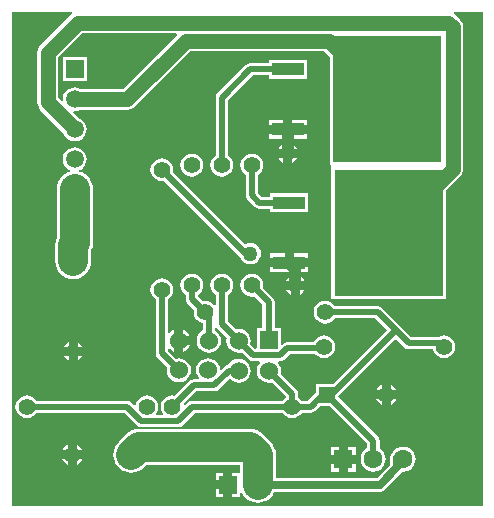
<source format=gtl>
%FSLAX25Y25*%
%MOIN*%
G70*
G01*
G75*
G04 Layer_Physical_Order=1*
G04 Layer_Color=255*
%ADD10R,0.36221X0.42126*%
%ADD11R,0.10630X0.04331*%
%ADD12C,0.02000*%
%ADD13C,0.02500*%
%ADD14C,0.03937*%
%ADD15C,0.10000*%
%ADD16C,0.05000*%
%ADD17C,0.01000*%
%ADD18R,0.06299X0.06299*%
%ADD19C,0.06299*%
%ADD20C,0.04724*%
%ADD21C,0.05315*%
%ADD22R,0.05315X0.05315*%
%ADD23C,0.06000*%
%ADD24R,0.06000X0.06000*%
%ADD25C,0.05512*%
%ADD26R,0.05906X0.05906*%
%ADD27C,0.05906*%
%ADD28R,0.05906X0.05906*%
%ADD29C,0.05000*%
G36*
X55015Y157008D02*
X37038Y139030D01*
X22806D01*
X22032Y139351D01*
X21000Y139487D01*
X19968Y139351D01*
X19007Y138953D01*
X18181Y138319D01*
X17547Y137493D01*
X17149Y136532D01*
X17013Y135500D01*
X17066Y135096D01*
X16618Y134874D01*
X15530Y135962D01*
Y149538D01*
X23462Y157470D01*
X54824D01*
X55015Y157008D01*
D02*
G37*
G36*
X157000Y0D02*
X0D01*
Y164500D01*
X20034D01*
X20195Y164026D01*
X19504Y163496D01*
X9504Y153496D01*
X8943Y152765D01*
X8590Y151914D01*
X8470Y151000D01*
Y134500D01*
X8590Y133586D01*
X8943Y132735D01*
X9504Y132004D01*
X17226Y124281D01*
X17547Y123507D01*
X18181Y122681D01*
X19007Y122047D01*
X19968Y121649D01*
X21000Y121513D01*
X22032Y121649D01*
X22993Y122047D01*
X23819Y122681D01*
X24453Y123507D01*
X24851Y124468D01*
X24987Y125500D01*
X24851Y126532D01*
X24453Y127493D01*
X23819Y128319D01*
X22993Y128953D01*
X22219Y129273D01*
X20374Y131118D01*
X20596Y131566D01*
X21000Y131513D01*
X22032Y131649D01*
X22806Y131970D01*
X38500D01*
X39414Y132090D01*
X40265Y132443D01*
X40996Y133004D01*
X59462Y151470D01*
X104211D01*
X106063Y149618D01*
Y113437D01*
X106563D01*
Y113063D01*
X106563D01*
Y68937D01*
X144783D01*
Y105118D01*
X149496Y109830D01*
X150057Y110562D01*
X150410Y111413D01*
X150530Y112327D01*
Y159500D01*
X150410Y160414D01*
X150057Y161265D01*
X149496Y161996D01*
X147996Y163496D01*
X147305Y164026D01*
X147466Y164500D01*
X157000D01*
Y0D01*
D02*
G37*
%LPC*%
G36*
X126342Y40337D02*
Y38500D01*
X128180D01*
X128037Y38844D01*
X127451Y39608D01*
X126687Y40195D01*
X126342Y40337D01*
D02*
G37*
G36*
X19000Y50000D02*
X17482D01*
X17563Y49804D01*
X18102Y49102D01*
X18804Y48563D01*
X19000Y48482D01*
Y50000D01*
D02*
G37*
G36*
X123343Y40337D02*
X122998Y40195D01*
X122234Y39608D01*
X121648Y38844D01*
X121505Y38500D01*
X123343D01*
Y40337D01*
D02*
G37*
G36*
Y35500D02*
X121505D01*
X121648Y35155D01*
X122234Y34391D01*
X122998Y33805D01*
X123343Y33663D01*
Y35500D01*
D02*
G37*
G36*
X128180D02*
X126342D01*
Y33663D01*
X126687Y33805D01*
X127451Y34391D01*
X128037Y35155D01*
X128180Y35500D01*
D02*
G37*
G36*
X80000Y77288D02*
X79019Y77159D01*
X78106Y76781D01*
X77321Y76179D01*
X76719Y75394D01*
X76341Y74480D01*
X76212Y73500D01*
X76341Y72519D01*
X76719Y71606D01*
X77321Y70821D01*
X78106Y70219D01*
X79019Y69841D01*
X80000Y69712D01*
X80799Y69817D01*
X83561Y67055D01*
Y59100D01*
X81600D01*
Y52537D01*
X81138Y52346D01*
X79501Y53983D01*
X79635Y55000D01*
X79497Y56044D01*
X79094Y57017D01*
X78453Y57853D01*
X77617Y58494D01*
X76644Y58897D01*
X75600Y59035D01*
X74583Y58901D01*
X72039Y61445D01*
Y70331D01*
X72679Y70821D01*
X73281Y71606D01*
X73659Y72519D01*
X73788Y73500D01*
X73659Y74480D01*
X73281Y75394D01*
X72679Y76179D01*
X71894Y76781D01*
X70981Y77159D01*
X70000Y77288D01*
X69020Y77159D01*
X68106Y76781D01*
X67321Y76179D01*
X66719Y75394D01*
X66341Y74480D01*
X66212Y73500D01*
X66341Y72519D01*
X66719Y71606D01*
X67321Y70821D01*
X67961Y70331D01*
Y66937D01*
X67487Y66777D01*
X67179Y67179D01*
X66394Y67781D01*
X65481Y68159D01*
X64500Y68288D01*
X63701Y68183D01*
X62039Y69845D01*
Y70331D01*
X62679Y70821D01*
X63281Y71606D01*
X63659Y72519D01*
X63788Y73500D01*
X63659Y74480D01*
X63281Y75394D01*
X62679Y76179D01*
X61894Y76781D01*
X60980Y77159D01*
X60000Y77288D01*
X59020Y77159D01*
X58106Y76781D01*
X57321Y76179D01*
X56719Y75394D01*
X56341Y74480D01*
X56212Y73500D01*
X56341Y72519D01*
X56719Y71606D01*
X57321Y70821D01*
X57961Y70331D01*
Y69000D01*
X58116Y68220D01*
X58558Y67558D01*
X60817Y65299D01*
X60712Y64500D01*
X60841Y63520D01*
X61219Y62606D01*
X61821Y61821D01*
X62606Y61219D01*
X63520Y60841D01*
X63661Y60822D01*
Y58477D01*
X62847Y57853D01*
X62206Y57017D01*
X61803Y56044D01*
X61665Y55000D01*
X61803Y53956D01*
X62206Y52983D01*
X62847Y52147D01*
X63683Y51506D01*
X64656Y51103D01*
X65700Y50965D01*
X66744Y51103D01*
X67717Y51506D01*
X68553Y52147D01*
X69194Y52983D01*
X69597Y53956D01*
X69735Y55000D01*
X69597Y56044D01*
X69194Y57017D01*
X68553Y57853D01*
X67739Y58477D01*
Y59522D01*
X68218Y59668D01*
X68558Y59158D01*
X71699Y56017D01*
X71566Y55000D01*
X71703Y53956D01*
X72106Y52983D01*
X72747Y52147D01*
X73583Y51506D01*
X74556Y51103D01*
X75600Y50965D01*
X76617Y51099D01*
X79058Y48658D01*
X79720Y48216D01*
X80500Y48061D01*
X80500Y48061D01*
X82442D01*
X82663Y47612D01*
X82206Y47017D01*
X81803Y46044D01*
X81665Y45000D01*
X81803Y43956D01*
X82206Y42983D01*
X82847Y42147D01*
X83683Y41506D01*
X84656Y41103D01*
X85700Y40966D01*
X86717Y41099D01*
X91298Y36518D01*
X91265Y36019D01*
X90821Y35679D01*
X90330Y35039D01*
X60226D01*
X59446Y34884D01*
X58784Y34442D01*
X57694Y33352D01*
X57427Y33443D01*
X57314Y33930D01*
X61445Y38061D01*
X67471D01*
X68252Y38216D01*
X68913Y38658D01*
X72423Y42168D01*
X72747Y42147D01*
X73583Y41506D01*
X74556Y41103D01*
X75600Y40966D01*
X76644Y41103D01*
X77617Y41506D01*
X78453Y42147D01*
X79094Y42983D01*
X79497Y43956D01*
X79635Y45000D01*
X79497Y46044D01*
X79094Y47017D01*
X78453Y47853D01*
X77617Y48494D01*
X76644Y48897D01*
X75600Y49035D01*
X74556Y48897D01*
X73583Y48494D01*
X72747Y47853D01*
X72106Y47017D01*
X72092Y46984D01*
X71591Y46884D01*
X70929Y46442D01*
X69852Y45365D01*
X69379Y45526D01*
X69297Y46144D01*
X68894Y47117D01*
X68253Y47953D01*
X67417Y48594D01*
X66444Y48997D01*
X65400Y49135D01*
X64356Y48997D01*
X63383Y48594D01*
X62547Y47953D01*
X61906Y47117D01*
X61503Y46144D01*
X61365Y45100D01*
X61503Y44056D01*
X61906Y43083D01*
X62286Y42588D01*
X62065Y42139D01*
X60600D01*
X59820Y41984D01*
X59158Y41542D01*
X54299Y36683D01*
X53500Y36788D01*
X52520Y36659D01*
X51606Y36281D01*
X50821Y35679D01*
X50219Y34894D01*
X49841Y33981D01*
X49712Y33000D01*
X49841Y32019D01*
X50219Y31106D01*
X50506Y30732D01*
X50285Y30283D01*
X48215D01*
X47994Y30732D01*
X48281Y31106D01*
X48659Y32019D01*
X48788Y33000D01*
X48659Y33981D01*
X48281Y34894D01*
X47679Y35679D01*
X46894Y36281D01*
X45981Y36659D01*
X45000Y36788D01*
X44019Y36659D01*
X43106Y36281D01*
X42321Y35679D01*
X41719Y34894D01*
X41341Y33981D01*
X41279Y33513D01*
X40806Y33352D01*
X39716Y34442D01*
X39055Y34884D01*
X38274Y35039D01*
X8169D01*
X7679Y35679D01*
X6894Y36281D01*
X5980Y36659D01*
X5000Y36788D01*
X4019Y36659D01*
X3106Y36281D01*
X2321Y35679D01*
X1719Y34894D01*
X1341Y33981D01*
X1212Y33000D01*
X1341Y32019D01*
X1719Y31106D01*
X2321Y30321D01*
X3106Y29719D01*
X4019Y29341D01*
X5000Y29212D01*
X5980Y29341D01*
X6894Y29719D01*
X7679Y30321D01*
X8169Y30961D01*
X37429D01*
X41588Y26802D01*
X42250Y26360D01*
X43030Y26205D01*
X55470D01*
X56250Y26360D01*
X56912Y26802D01*
X61071Y30961D01*
X90330D01*
X90821Y30321D01*
X91606Y29719D01*
X92519Y29341D01*
X93500Y29212D01*
X94481Y29341D01*
X95394Y29719D01*
X96179Y30321D01*
X96670Y30961D01*
X99657D01*
X100438Y31116D01*
X101099Y31558D01*
X102884Y33342D01*
X105931D01*
X118500Y20774D01*
Y19163D01*
X118407Y19125D01*
X117541Y18460D01*
X116875Y17593D01*
X116457Y16583D01*
X116315Y15500D01*
X116457Y14417D01*
X116875Y13407D01*
X117541Y12540D01*
X118407Y11875D01*
X119417Y11457D01*
X120500Y11315D01*
X121583Y11457D01*
X122593Y11875D01*
X123459Y12540D01*
X124125Y13407D01*
X124543Y14417D01*
X124685Y15500D01*
X124543Y16583D01*
X124125Y17593D01*
X123459Y18460D01*
X122593Y19125D01*
X122578Y19131D01*
Y21618D01*
X122423Y22399D01*
X121981Y23060D01*
X108815Y36226D01*
Y36431D01*
X128000Y55616D01*
X130808Y52808D01*
X131470Y52366D01*
X132250Y52211D01*
X140316D01*
X140341Y52020D01*
X140719Y51106D01*
X141321Y50321D01*
X142106Y49719D01*
X143019Y49341D01*
X144000Y49212D01*
X144981Y49341D01*
X145894Y49719D01*
X146679Y50321D01*
X147281Y51106D01*
X147659Y52020D01*
X147788Y53000D01*
X147659Y53980D01*
X147281Y54894D01*
X146679Y55679D01*
X145894Y56281D01*
X144981Y56659D01*
X144000Y56788D01*
X143019Y56659D01*
X142126Y56289D01*
X133095D01*
X129442Y59942D01*
X123442Y65942D01*
X122780Y66384D01*
X122000Y66539D01*
X107669D01*
X107179Y67179D01*
X106394Y67781D01*
X105481Y68159D01*
X104500Y68288D01*
X103519Y68159D01*
X102606Y67781D01*
X101821Y67179D01*
X101219Y66394D01*
X100841Y65481D01*
X100712Y64500D01*
X100841Y63520D01*
X101219Y62606D01*
X101821Y61821D01*
X102606Y61219D01*
X103519Y60841D01*
X104500Y60712D01*
X105481Y60841D01*
X106394Y61219D01*
X107179Y61821D01*
X107669Y62461D01*
X121155D01*
X125116Y58500D01*
X107274Y40657D01*
X101500D01*
Y37726D01*
X98813Y35039D01*
X96670D01*
X96179Y35679D01*
X95539Y36169D01*
Y37200D01*
X95539Y37200D01*
X95384Y37980D01*
X94942Y38642D01*
X94942Y38642D01*
X89601Y43983D01*
X89735Y45000D01*
X89597Y46044D01*
X89194Y47017D01*
X88737Y47612D01*
X88959Y48061D01*
X89429D01*
X90209Y48216D01*
X90870Y48658D01*
X92673Y50461D01*
X101214D01*
X101321Y50321D01*
X102106Y49719D01*
X103019Y49341D01*
X104000Y49212D01*
X104981Y49341D01*
X105894Y49719D01*
X106679Y50321D01*
X107281Y51106D01*
X107659Y52020D01*
X107788Y53000D01*
X107659Y53980D01*
X107281Y54894D01*
X106679Y55679D01*
X105894Y56281D01*
X104981Y56659D01*
X104000Y56788D01*
X103019Y56659D01*
X102106Y56281D01*
X101321Y55679D01*
X100719Y54894D01*
X100572Y54539D01*
X91828D01*
X91048Y54384D01*
X90386Y53942D01*
X90062Y53617D01*
X89600Y53809D01*
Y59100D01*
X87639D01*
Y67900D01*
X87639Y67900D01*
X87484Y68680D01*
X87042Y69342D01*
X83683Y72701D01*
X83788Y73500D01*
X83659Y74480D01*
X83281Y75394D01*
X82679Y76179D01*
X81894Y76781D01*
X80980Y77159D01*
X80000Y77288D01*
D02*
G37*
G36*
X19000Y54518D02*
X18804Y54437D01*
X18102Y53898D01*
X17563Y53196D01*
X17482Y53000D01*
X19000D01*
Y54518D01*
D02*
G37*
G36*
X59408Y53500D02*
X57200D01*
Y51292D01*
X57717Y51506D01*
X58553Y52147D01*
X59194Y52983D01*
X59408Y53500D01*
D02*
G37*
G36*
X23518Y50000D02*
X22000D01*
Y48482D01*
X22196Y48563D01*
X22898Y49102D01*
X23437Y49804D01*
X23518Y50000D01*
D02*
G37*
G36*
X50000Y75788D02*
X49020Y75659D01*
X48106Y75281D01*
X47321Y74679D01*
X46719Y73894D01*
X46341Y72980D01*
X46212Y72000D01*
X46341Y71020D01*
X46719Y70106D01*
X47321Y69321D01*
X47961Y68831D01*
Y50800D01*
X48116Y50020D01*
X48558Y49358D01*
X51799Y46117D01*
X51666Y45100D01*
X51803Y44056D01*
X52206Y43083D01*
X52847Y42247D01*
X53683Y41606D01*
X54656Y41203D01*
X55700Y41065D01*
X56744Y41203D01*
X57717Y41606D01*
X58553Y42247D01*
X59194Y43083D01*
X59597Y44056D01*
X59735Y45100D01*
X59597Y46144D01*
X59194Y47117D01*
X58553Y47953D01*
X57717Y48594D01*
X56744Y48997D01*
X55700Y49135D01*
X54683Y49001D01*
X52039Y51645D01*
Y52422D01*
X52513Y52583D01*
X52847Y52147D01*
X53683Y51506D01*
X54200Y51292D01*
Y55000D01*
Y58708D01*
X53683Y58494D01*
X52847Y57853D01*
X52513Y57417D01*
X52039Y57578D01*
Y68831D01*
X52679Y69321D01*
X53281Y70106D01*
X53659Y71020D01*
X53788Y72000D01*
X53659Y72980D01*
X53281Y73894D01*
X52679Y74679D01*
X51894Y75281D01*
X50981Y75659D01*
X50000Y75788D01*
D02*
G37*
G36*
X109000Y14000D02*
X106350D01*
Y11350D01*
X109000D01*
Y14000D01*
D02*
G37*
G36*
X114650D02*
X112000D01*
Y11350D01*
X114650D01*
Y14000D01*
D02*
G37*
G36*
X79500Y25529D02*
X42342D01*
X41166Y25413D01*
X40035Y25070D01*
X38993Y24513D01*
X38079Y23763D01*
X35579Y21263D01*
X34830Y20349D01*
X34272Y19307D01*
X33929Y18176D01*
X33814Y17000D01*
X33929Y15824D01*
X34272Y14693D01*
X34830Y13650D01*
X35579Y12737D01*
X36493Y11987D01*
X37535Y11430D01*
X38666Y11087D01*
X39843Y10971D01*
X41019Y11087D01*
X42150Y11430D01*
X43192Y11987D01*
X44106Y12737D01*
X44840Y13471D01*
X75971D01*
Y10971D01*
X75953Y10953D01*
X75617Y10953D01*
X75617Y10953D01*
Y10953D01*
X73500D01*
Y7000D01*
Y3047D01*
X75953D01*
Y4548D01*
X76114Y4597D01*
X76438Y4678D01*
X76987Y3650D01*
X77737Y2737D01*
X78650Y1987D01*
X79693Y1430D01*
X80824Y1087D01*
X82000Y971D01*
X83176Y1087D01*
X84307Y1430D01*
X85350Y1987D01*
X86263Y2737D01*
X87013Y3650D01*
X87570Y4693D01*
X87574Y4706D01*
X122744D01*
X123622Y4881D01*
X124366Y5378D01*
X130122Y11134D01*
X130264Y11346D01*
X130500Y11315D01*
X131583Y11457D01*
X132593Y11875D01*
X133459Y12540D01*
X134125Y13407D01*
X134543Y14417D01*
X134685Y15500D01*
X134543Y16583D01*
X134125Y17593D01*
X133459Y18460D01*
X132593Y19125D01*
X131583Y19543D01*
X130500Y19685D01*
X129417Y19543D01*
X128407Y19125D01*
X127541Y18460D01*
X126919Y17650D01*
X126878Y17622D01*
X126381Y16878D01*
X126206Y16000D01*
Y13706D01*
X121794Y9294D01*
X88029D01*
Y17000D01*
X87913Y18176D01*
X87570Y19307D01*
X87013Y20349D01*
X86263Y21263D01*
X83763Y23763D01*
X82850Y24513D01*
X81807Y25070D01*
X80676Y25413D01*
X79500Y25529D01*
D02*
G37*
G36*
X70500Y5500D02*
X68047D01*
Y3047D01*
X70500D01*
Y5500D01*
D02*
G37*
G36*
Y10953D02*
X68047D01*
Y8500D01*
X70500D01*
Y10953D01*
D02*
G37*
G36*
X18657Y15500D02*
X16820D01*
X16963Y15156D01*
X17549Y14391D01*
X18313Y13805D01*
X18657Y13663D01*
Y15500D01*
D02*
G37*
G36*
Y20337D02*
X18313Y20195D01*
X17549Y19609D01*
X16963Y18845D01*
X16820Y18500D01*
X18657D01*
Y20337D01*
D02*
G37*
G36*
X21657D02*
Y18500D01*
X23495D01*
X23352Y18845D01*
X22766Y19609D01*
X22002Y20195D01*
X21657Y20337D01*
D02*
G37*
G36*
X114650Y19650D02*
X112000D01*
Y17000D01*
X114650D01*
Y19650D01*
D02*
G37*
G36*
X23495Y15500D02*
X21657D01*
Y13663D01*
X22002Y13805D01*
X22766Y14391D01*
X23352Y15156D01*
X23495Y15500D01*
D02*
G37*
G36*
X109000Y19650D02*
X106350D01*
Y17000D01*
X109000D01*
Y19650D01*
D02*
G37*
G36*
X22000Y54518D02*
Y53000D01*
X23518D01*
X23437Y53196D01*
X22898Y53898D01*
X22196Y54437D01*
X22000Y54518D01*
D02*
G37*
G36*
X93500Y120667D02*
Y119000D01*
X95167D01*
X95057Y119265D01*
X94496Y119996D01*
X93765Y120557D01*
X93500Y120667D01*
D02*
G37*
G36*
X90531Y124000D02*
X85716D01*
Y122335D01*
X90531D01*
Y124000D01*
D02*
G37*
G36*
X90500Y120667D02*
X90235Y120557D01*
X89504Y119996D01*
X88943Y119265D01*
X88833Y119000D01*
X90500D01*
Y120667D01*
D02*
G37*
G36*
Y116000D02*
X88833D01*
X88943Y115735D01*
X89504Y115004D01*
X90235Y114443D01*
X90500Y114333D01*
Y116000D01*
D02*
G37*
G36*
X95167D02*
X93500D01*
Y114333D01*
X93765Y114443D01*
X94496Y115004D01*
X95057Y115735D01*
X95167Y116000D01*
D02*
G37*
G36*
X24953Y149453D02*
X17047D01*
Y141547D01*
X24953D01*
Y149453D01*
D02*
G37*
G36*
X98347Y148665D02*
X85716D01*
Y147539D01*
X79500D01*
X78720Y147384D01*
X78058Y146942D01*
X68558Y137442D01*
X68116Y136780D01*
X67961Y136000D01*
Y116669D01*
X67321Y116179D01*
X66719Y115394D01*
X66341Y114480D01*
X66212Y113500D01*
X66341Y112520D01*
X66719Y111606D01*
X67321Y110821D01*
X68106Y110219D01*
X69020Y109841D01*
X70000Y109712D01*
X70981Y109841D01*
X71894Y110219D01*
X72679Y110821D01*
X73281Y111606D01*
X73659Y112520D01*
X73788Y113500D01*
X73659Y114480D01*
X73281Y115394D01*
X72679Y116179D01*
X72039Y116669D01*
Y135155D01*
X80345Y143461D01*
X85716D01*
Y142335D01*
X98347D01*
Y148665D01*
D02*
G37*
G36*
Y128665D02*
X93532D01*
Y127000D01*
X98347D01*
Y128665D01*
D02*
G37*
G36*
Y124000D02*
X93532D01*
Y122335D01*
X98347D01*
Y124000D01*
D02*
G37*
G36*
X90531Y128665D02*
X85716D01*
Y127000D01*
X90531D01*
Y128665D01*
D02*
G37*
G36*
X60000Y117288D02*
X59020Y117159D01*
X58106Y116781D01*
X57321Y116179D01*
X56719Y115394D01*
X56341Y114480D01*
X56212Y113500D01*
X56341Y112520D01*
X56719Y111606D01*
X57321Y110821D01*
X58106Y110219D01*
X59020Y109841D01*
X60000Y109712D01*
X60980Y109841D01*
X61894Y110219D01*
X62679Y110821D01*
X63281Y111606D01*
X63659Y112520D01*
X63788Y113500D01*
X63659Y114480D01*
X63281Y115394D01*
X62679Y116179D01*
X61894Y116781D01*
X60980Y117159D01*
X60000Y117288D01*
D02*
G37*
G36*
X94500Y77030D02*
X93586Y76910D01*
X92735Y76557D01*
X92004Y75996D01*
X91443Y75265D01*
X91333Y75000D01*
X97667D01*
X97557Y75265D01*
X96996Y75996D01*
X96265Y76557D01*
X95414Y76910D01*
X94500Y77030D01*
D02*
G37*
G36*
X21000Y119487D02*
X19968Y119351D01*
X19007Y118953D01*
X18181Y118319D01*
X17547Y117493D01*
X17149Y116532D01*
X17013Y115500D01*
X17149Y114468D01*
X17547Y113507D01*
X18181Y112681D01*
X19007Y112047D01*
X19550Y111822D01*
X19526Y111323D01*
X18693Y111070D01*
X17650Y110513D01*
X16737Y109763D01*
X15987Y108850D01*
X15430Y107807D01*
X15087Y106676D01*
X14971Y105500D01*
Y89384D01*
X14930Y89307D01*
X14587Y88176D01*
X14471Y87000D01*
Y81500D01*
X14587Y80324D01*
X14930Y79193D01*
X15487Y78150D01*
X16237Y77237D01*
X17151Y76487D01*
X18193Y75930D01*
X19324Y75587D01*
X20500Y75471D01*
X21676Y75587D01*
X22807Y75930D01*
X23850Y76487D01*
X24763Y77237D01*
X25513Y78150D01*
X26070Y79193D01*
X26413Y80324D01*
X26529Y81500D01*
Y85116D01*
X26570Y85193D01*
X26913Y86324D01*
X27029Y87500D01*
Y105500D01*
X26913Y106676D01*
X26570Y107807D01*
X26013Y108850D01*
X25263Y109763D01*
X24350Y110513D01*
X23307Y111070D01*
X22474Y111323D01*
X22450Y111822D01*
X22993Y112047D01*
X23819Y112681D01*
X24453Y113507D01*
X24851Y114468D01*
X24987Y115500D01*
X24851Y116532D01*
X24453Y117493D01*
X23819Y118319D01*
X22993Y118953D01*
X22032Y119351D01*
X21000Y119487D01*
D02*
G37*
G36*
X97667Y72000D02*
X96000D01*
Y70333D01*
X96265Y70443D01*
X96996Y71004D01*
X97557Y71735D01*
X97667Y72000D01*
D02*
G37*
G36*
X57200Y58708D02*
Y56500D01*
X59408D01*
X59194Y57017D01*
X58553Y57853D01*
X57717Y58494D01*
X57200Y58708D01*
D02*
G37*
G36*
X93000Y72000D02*
X91333D01*
X91443Y71735D01*
X92004Y71004D01*
X92735Y70443D01*
X93000Y70333D01*
Y72000D01*
D02*
G37*
G36*
X98847Y84165D02*
X94032D01*
Y82500D01*
X98847D01*
Y84165D01*
D02*
G37*
G36*
X80000Y117288D02*
X79019Y117159D01*
X78106Y116781D01*
X77321Y116179D01*
X76719Y115394D01*
X76341Y114480D01*
X76212Y113500D01*
X76341Y112520D01*
X76719Y111606D01*
X77321Y110821D01*
X77961Y110330D01*
Y103500D01*
X78116Y102720D01*
X78558Y102058D01*
X81058Y99558D01*
X81720Y99116D01*
X82500Y98961D01*
X86216D01*
Y97835D01*
X98847D01*
Y104165D01*
X86216D01*
Y103039D01*
X83345D01*
X82039Y104345D01*
Y110330D01*
X82679Y110821D01*
X83281Y111606D01*
X83659Y112520D01*
X83788Y113500D01*
X83659Y114480D01*
X83281Y115394D01*
X82679Y116179D01*
X81894Y116781D01*
X80980Y117159D01*
X80000Y117288D01*
D02*
G37*
G36*
X91031Y84165D02*
X86216D01*
Y82500D01*
X91031D01*
Y84165D01*
D02*
G37*
G36*
X98847Y79500D02*
X86216D01*
Y77835D01*
X98847D01*
Y79500D01*
D02*
G37*
G36*
X50000Y115788D02*
X49020Y115659D01*
X48106Y115281D01*
X47321Y114679D01*
X46719Y113894D01*
X46341Y112980D01*
X46212Y112000D01*
X46341Y111020D01*
X46719Y110106D01*
X47321Y109321D01*
X48106Y108719D01*
X49020Y108341D01*
X50000Y108212D01*
X50799Y108317D01*
X76133Y82984D01*
X76443Y82235D01*
X77004Y81504D01*
X77735Y80943D01*
X78586Y80590D01*
X79500Y80470D01*
X80414Y80590D01*
X81265Y80943D01*
X81996Y81504D01*
X82557Y82235D01*
X82910Y83086D01*
X83030Y84000D01*
X82910Y84914D01*
X82557Y85765D01*
X81996Y86496D01*
X81265Y87057D01*
X80414Y87410D01*
X79500Y87530D01*
X78586Y87410D01*
X77800Y87084D01*
X53683Y111201D01*
X53788Y112000D01*
X53659Y112980D01*
X53281Y113894D01*
X52679Y114679D01*
X51894Y115281D01*
X50981Y115659D01*
X50000Y115788D01*
D02*
G37*
%LPD*%
D10*
X125173Y135500D02*
D03*
X125673Y91000D02*
D03*
D11*
X92032Y125500D02*
D03*
Y145500D02*
D03*
X92532Y81000D02*
D03*
Y101000D02*
D03*
D12*
X105157Y37000D02*
X120539Y21618D01*
Y18039D02*
Y21618D01*
X118500Y16000D02*
X120539Y18039D01*
X99657Y33000D02*
X105157Y38500D01*
X128000Y58500D02*
X132250Y54250D01*
X122000Y64500D02*
X128000Y58500D01*
X105157Y37000D02*
Y38500D01*
X106500Y37000D02*
X128000Y58500D01*
X105157Y37000D02*
X106500D01*
X103500Y52500D02*
X104000Y53000D01*
X142750Y54250D02*
X144000Y53000D01*
X132250Y54250D02*
X142750D01*
X85700Y45000D02*
X93500Y37200D01*
Y33000D02*
Y37200D01*
X104500Y64500D02*
X122000D01*
X60226Y33000D02*
X93500D01*
X55470Y28244D02*
X60226Y33000D01*
X43030Y28244D02*
X55470D01*
X38274Y33000D02*
X43030Y28244D01*
X5000Y33000D02*
X38274D01*
X93500D02*
X99657D01*
X53500D02*
X60600Y40100D01*
X67471D01*
X72371Y45000D01*
X75600D01*
X80000Y73500D02*
X85600Y67900D01*
Y55100D02*
Y67900D01*
X70000Y60600D02*
X75600Y55000D01*
X70000Y60600D02*
Y73500D01*
X64500Y64500D02*
X65700Y63300D01*
X60000Y69000D02*
X64500Y64500D01*
X60000Y69000D02*
Y73500D01*
X65700Y55000D02*
Y63300D01*
X91828Y52500D02*
X103500D01*
X80500Y50100D02*
X89429D01*
X75600Y55000D02*
X80500Y50100D01*
X89429D02*
X91828Y52500D01*
X50000Y112000D02*
X78000Y84000D01*
X79500D01*
X80000Y103500D02*
Y113500D01*
Y103500D02*
X82500Y101000D01*
X92532D01*
X70000Y113500D02*
Y136000D01*
X79500Y145500D01*
X92032D01*
X65400Y45100D02*
X65500Y45000D01*
X75600D02*
X77000Y43600D01*
X84500Y43800D02*
X85700Y45000D01*
X50000Y50800D02*
Y72000D01*
Y50800D02*
X55700Y45100D01*
D13*
X128500Y12756D02*
Y16000D01*
X122744Y7000D02*
X128500Y12756D01*
X82000Y7000D02*
X122744D01*
D14*
X94500Y73500D02*
Y79031D01*
X92532Y81000D02*
X94500Y79031D01*
X92500Y81032D02*
X92532Y81000D01*
X92000Y117500D02*
X92032Y117532D01*
Y125500D01*
D15*
X21000Y87500D02*
Y105500D01*
X20500Y81500D02*
Y87000D01*
X39843Y17000D02*
X42342Y19500D01*
X79500D01*
X82000Y17000D01*
Y7000D02*
Y17000D01*
D16*
X12000Y134500D02*
X21000Y125500D01*
X12000Y134500D02*
Y151000D01*
X22000Y161000D01*
X145500D01*
X147000Y159500D01*
Y112327D02*
Y159500D01*
X125673Y91000D02*
X147000Y112327D01*
X21000Y135500D02*
X38500D01*
X58000Y155000D01*
X105673D01*
X125173Y135500D01*
D17*
X65700Y55000D02*
X66000Y55300D01*
D18*
X110500Y15500D02*
D03*
D19*
X120500D02*
D03*
X130500D02*
D03*
D20*
X20500Y81500D02*
D03*
Y51500D02*
D03*
D21*
X20157Y17000D02*
D03*
X124843Y37000D02*
D03*
D22*
X39843Y17000D02*
D03*
X105157Y37000D02*
D03*
D23*
X55700Y55000D02*
D03*
Y45100D02*
D03*
X65700Y55000D02*
D03*
X65400Y45100D02*
D03*
X75600Y55000D02*
D03*
Y45000D02*
D03*
X85700D02*
D03*
D24*
X85600Y55100D02*
D03*
D25*
X60000Y73500D02*
D03*
Y113500D02*
D03*
X70000Y73500D02*
D03*
Y113500D02*
D03*
X80000Y73500D02*
D03*
Y113500D02*
D03*
X50000Y72000D02*
D03*
Y112000D02*
D03*
X45000Y33000D02*
D03*
X5000D02*
D03*
X53500D02*
D03*
X93500D02*
D03*
X64500Y64500D02*
D03*
X104500D02*
D03*
X104000Y53000D02*
D03*
X144000D02*
D03*
D26*
X21000Y145500D02*
D03*
D27*
Y135500D02*
D03*
Y125500D02*
D03*
Y115500D02*
D03*
Y105500D02*
D03*
X82000Y7000D02*
D03*
D28*
X72000D02*
D03*
D29*
X79500Y84000D02*
D03*
X94500Y73500D02*
D03*
X92000Y117500D02*
D03*
M02*

</source>
